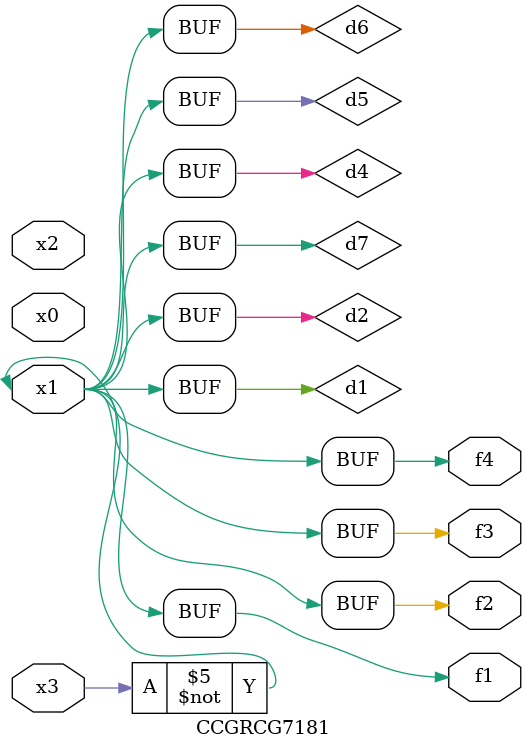
<source format=v>
module CCGRCG7181(
	input x0, x1, x2, x3,
	output f1, f2, f3, f4
);

	wire d1, d2, d3, d4, d5, d6, d7;

	not (d1, x3);
	buf (d2, x1);
	xnor (d3, d1, d2);
	nor (d4, d1);
	buf (d5, d1, d2);
	buf (d6, d4, d5);
	nand (d7, d4);
	assign f1 = d6;
	assign f2 = d7;
	assign f3 = d6;
	assign f4 = d6;
endmodule

</source>
